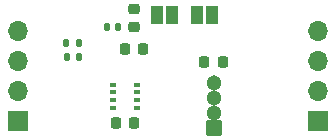
<source format=gbr>
%TF.GenerationSoftware,KiCad,Pcbnew,8.0.5-8.0.5-0~ubuntu22.04.1*%
%TF.CreationDate,2024-09-30T10:34:09+02:00*%
%TF.ProjectId,I2C_Module_SHT85_BME280_FUEL4EP,4932435f-4d6f-4647-956c-655f53485438,V1.4*%
%TF.SameCoordinates,Original*%
%TF.FileFunction,Soldermask,Top*%
%TF.FilePolarity,Negative*%
%FSLAX46Y46*%
G04 Gerber Fmt 4.6, Leading zero omitted, Abs format (unit mm)*
G04 Created by KiCad (PCBNEW 8.0.5-8.0.5-0~ubuntu22.04.1) date 2024-09-30 10:34:09*
%MOMM*%
%LPD*%
G01*
G04 APERTURE LIST*
G04 Aperture macros list*
%AMRoundRect*
0 Rectangle with rounded corners*
0 $1 Rounding radius*
0 $2 $3 $4 $5 $6 $7 $8 $9 X,Y pos of 4 corners*
0 Add a 4 corners polygon primitive as box body*
4,1,4,$2,$3,$4,$5,$6,$7,$8,$9,$2,$3,0*
0 Add four circle primitives for the rounded corners*
1,1,$1+$1,$2,$3*
1,1,$1+$1,$4,$5*
1,1,$1+$1,$6,$7*
1,1,$1+$1,$8,$9*
0 Add four rect primitives between the rounded corners*
20,1,$1+$1,$2,$3,$4,$5,0*
20,1,$1+$1,$4,$5,$6,$7,0*
20,1,$1+$1,$6,$7,$8,$9,0*
20,1,$1+$1,$8,$9,$2,$3,0*%
G04 Aperture macros list end*
%ADD10RoundRect,0.225000X0.250000X-0.225000X0.250000X0.225000X-0.250000X0.225000X-0.250000X-0.225000X0*%
%ADD11RoundRect,0.147500X-0.147500X-0.172500X0.147500X-0.172500X0.147500X0.172500X-0.147500X0.172500X0*%
%ADD12R,0.500000X0.350000*%
%ADD13R,1.000000X1.500000*%
%ADD14RoundRect,0.225000X0.225000X0.250000X-0.225000X0.250000X-0.225000X-0.250000X0.225000X-0.250000X0*%
%ADD15RoundRect,0.135000X0.135000X0.185000X-0.135000X0.185000X-0.135000X-0.185000X0.135000X-0.185000X0*%
%ADD16RoundRect,0.102000X0.550000X-0.550000X0.550000X0.550000X-0.550000X0.550000X-0.550000X-0.550000X0*%
%ADD17C,1.304000*%
%ADD18RoundRect,0.225000X-0.225000X-0.250000X0.225000X-0.250000X0.225000X0.250000X-0.225000X0.250000X0*%
%ADD19R,1.700000X1.700000*%
%ADD20O,1.700000X1.700000*%
G04 APERTURE END LIST*
D10*
%TO.C,C1*%
X12300000Y9975000D03*
X12300000Y11525000D03*
%TD*%
D11*
%TO.C,FB1*%
X10015000Y10000000D03*
X10985000Y10000000D03*
%TD*%
D12*
%TO.C,U1*%
X10525000Y3125000D03*
X10525000Y3775000D03*
X10525000Y4425000D03*
X10525000Y5075000D03*
X12575000Y5075000D03*
X12575000Y4425000D03*
X12575000Y3775000D03*
X12575000Y3125000D03*
%TD*%
D13*
%TO.C,JP1*%
X14260000Y10985000D03*
X15560000Y10985000D03*
%TD*%
D14*
%TO.C,C3*%
X13075000Y8100000D03*
X11525000Y8100000D03*
%TD*%
D15*
%TO.C,R1*%
X7622000Y8636000D03*
X6602000Y8636000D03*
%TD*%
D16*
%TO.C,U2*%
X19125000Y1420000D03*
D17*
X19125000Y2690000D03*
X19125000Y3960000D03*
X19125000Y5230000D03*
%TD*%
D18*
%TO.C,C4*%
X10775000Y1800000D03*
X12325000Y1800000D03*
%TD*%
D15*
%TO.C,R2*%
X7642000Y7421000D03*
X6622000Y7421000D03*
%TD*%
D18*
%TO.C,C2*%
X18275000Y7000000D03*
X19825000Y7000000D03*
%TD*%
D13*
%TO.C,JP2*%
X17627600Y10972800D03*
X18927600Y10972800D03*
%TD*%
D19*
%TO.C,J1*%
X2500000Y2000000D03*
D20*
X2500000Y4540000D03*
X2500000Y7080000D03*
X2500000Y9620000D03*
%TD*%
D19*
%TO.C,J2*%
X27900000Y2000000D03*
D20*
X27900000Y4540000D03*
X27900000Y7080000D03*
X27900000Y9620000D03*
%TD*%
M02*

</source>
